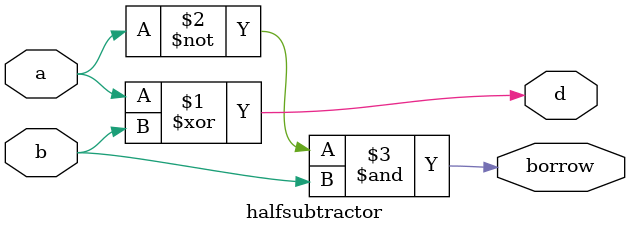
<source format=v>
module halfsubtractor(
input a,
input b,
output d,
output borrow
);
assign d = a ^ b;
assign borrow = ~a&b;

endmodule
</source>
